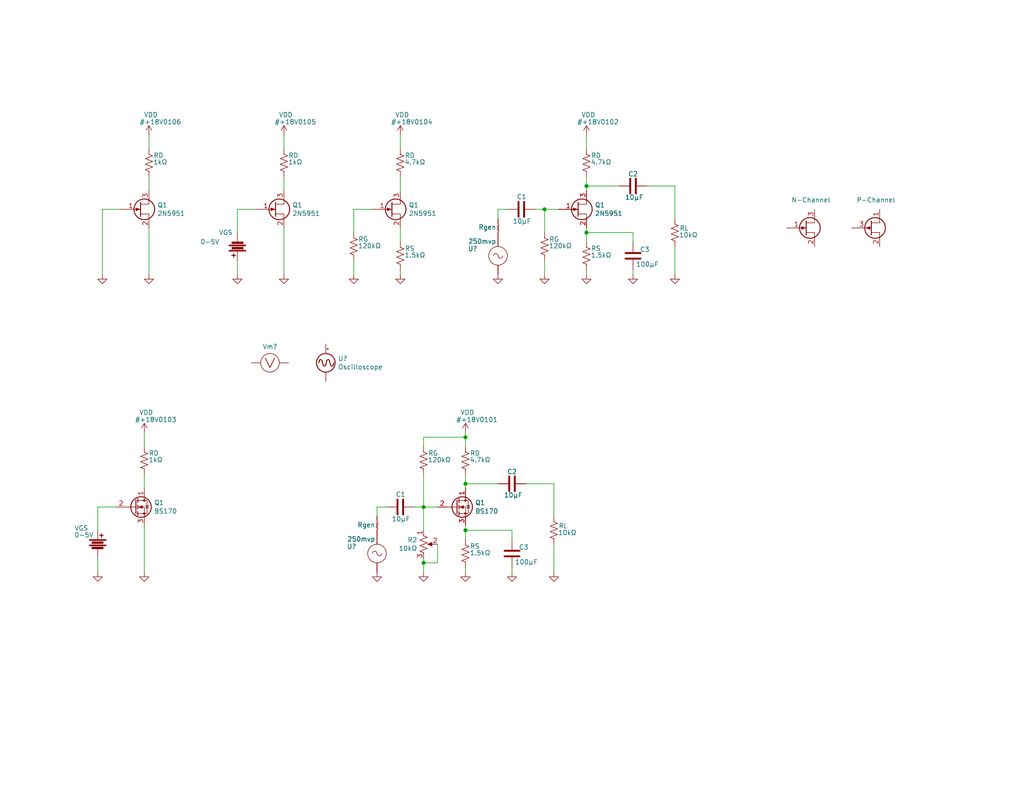
<source format=kicad_sch>
(kicad_sch (version 20211123) (generator eeschema)
  (paper "USLetter")
  (lib_symbols
    (symbol "S2020-rescue:BS170-Transistor_FET" (pin_names hide)
      (property "Reference" "Q" (at 5.08 1.905 0))
      (property "Value" "BS170-Transistor_FET" (at 5.08 0 0))
      (symbol "BS170-Transistor_FET_0_1"
        (polyline (pts (xy 0.254 0) (xy -2.54 0)))
        (polyline (pts (xy 0.254 1.905) (xy 0.254 -1.905)) (stroke (width 0.254)))
        (polyline (pts (xy 0.762 -1.27) (xy 0.762 -2.286)) (stroke (width 0.254)))
        (polyline (pts (xy 0.762 0.508) (xy 0.762 -0.508)) (stroke (width 0.254)))
        (polyline (pts (xy 0.762 2.286) (xy 0.762 1.27)) (stroke (width 0.254)))
        (polyline (pts (xy 2.54 2.54) (xy 2.54 1.778)))
        (polyline (pts (xy 2.54 -2.54) (xy 2.54 0) (xy 0.762 0)))
        (polyline (pts (xy 0.762 -1.778) (xy 3.302 -1.778) (xy 3.302 1.778) (xy 0.762 1.778)))
        (polyline (pts (xy 1.016 0) (xy 2.032 0.381) (xy 2.032 -0.381) (xy 1.016 0)) (fill (type outline)))
        (polyline (pts (xy 2.794 0.508) (xy 2.921 0.381) (xy 3.683 0.381) (xy 3.81 0.254)))
        (polyline (pts (xy 3.302 0.381) (xy 2.921 -0.254) (xy 3.683 -0.254) (xy 3.302 0.381)))
        (circle (center 1.651 0) (radius 2.794) (stroke (width 0.254)))
        (circle (center 2.54 -1.778) (radius 0.254) (fill (type outline)))
        (circle (center 2.54 1.778) (radius 0.254) (fill (type outline)))
      )
      (symbol "BS170-Transistor_FET_1_1"
        (pin passive line (at 2.54 5.08 270) (length 2.54) (name "D") (number "1"))
        (pin input line (at -5.08 0 0) (length 2.54) (name "G") (number "2"))
        (pin passive line (at 2.54 -5.08 90) (length 2.54) (name "S") (number "3"))
      )
    )
    (symbol "S2020-rescue:Battery-00TJR" (pin_numbers hide) (pin_names (offset 0))
      (property "Reference" "BT" (at 2.54 1.27 0))
      (property "Value" "Battery-00TJR" (at 2.54 -1.27 0))
      (symbol "Battery-00TJR_0_1"
        (rectangle (start -2.286 -0.1778) (end 2.286 -0.4318) (fill (type outline)))
        (rectangle (start -2.286 1.27) (end 2.286 1.016) (fill (type outline)))
        (rectangle (start -1.5748 -0.762) (end 1.4732 -1.27) (fill (type outline)))
        (rectangle (start -1.5748 0.6858) (end 1.4732 0.1778) (fill (type outline)))
        (polyline (pts (xy 0.508 2.413) (xy 1.524 2.413)) (stroke (width 0.254)))
        (polyline (pts (xy 1.016 2.921) (xy 1.016 1.905)) (stroke (width 0.254)))
      )
      (symbol "Battery-00TJR_1_1"
        (pin passive line (at 0 3.81 270) (length 2.54) (name "~") (number "1"))
        (pin passive line (at 0 -3.81 90) (length 2.54) (name "~") (number "2"))
      )
    )
    (symbol "S2020-rescue:C-Device" (pin_numbers hide) (pin_names (offset 0.254))
      (property "Reference" "C" (at 0.635 2.54 0))
      (property "Value" "C-Device" (at 0.635 -2.54 0))
      (symbol "C-Device_0_1"
        (polyline (pts (xy -2.032 -0.762) (xy 2.032 -0.762)) (stroke (width 0.508)))
        (polyline (pts (xy -2.032 0.762) (xy 2.032 0.762)) (stroke (width 0.508)))
      )
      (symbol "C-Device_1_1"
        (pin passive line (at 0 3.81 270) (length 2.794) (name "~") (number "1"))
        (pin passive line (at 0 -3.81 90) (length 2.794) (name "~") (number "2"))
      )
    )
    (symbol "S2020-rescue:GND-00TJR" (power) (pin_names (offset 0))
      (property "Value" "GND-00TJR" (at 0 -3.81 0))
      (symbol "GND-00TJR_0_1"
        (polyline (pts (xy 0 0) (xy 0 -1.27) (xy 1.27 -1.27) (xy 0 -2.54) (xy -1.27 -1.27) (xy 0 -1.27)))
      )
      (symbol "GND-00TJR_1_1"
        (pin power_in line (at 0 0 270) (length 0) hide (name "GND") (number "1"))
      )
    )
    (symbol "S2020-rescue:Oscilloscope-Device" (pin_numbers hide) (pin_names (offset 0.0254) hide)
      (property "Reference" "MES" (at -3.302 1.016 0))
      (property "Value" "Oscilloscope-Device" (at -3.302 -0.762 0))
      (symbol "Oscilloscope-Device_0_0"
        (arc (start -1.016 0.508) (mid -1.397 0.889) (end -1.778 0.508) (stroke (width 0.254)))
        (arc (start -0.762 -0.508) (mid -0.381 -0.889) (end 0 -0.508) (stroke (width 0.254)))
        (polyline (pts (xy -1.778 0.508) (xy -1.905 0)) (stroke (width 0.254)))
        (polyline (pts (xy -1.016 0.508) (xy -0.762 -0.508)) (stroke (width 0.254)))
        (polyline (pts (xy 0 -0.508) (xy 0.254 0.508)) (stroke (width 0.254)))
        (polyline (pts (xy 1.016 0.508) (xy 1.27 -0.508)) (stroke (width 0.254)))
        (polyline (pts (xy 2.032 -0.508) (xy 2.159 0)) (stroke (width 0.254)))
        (arc (start 1.016 0.508) (mid 0.635 0.889) (end 0.254 0.508) (stroke (width 0.254)))
        (arc (start 1.27 -0.508) (mid 1.651 -0.889) (end 2.032 -0.508) (stroke (width 0.254)))
      )
      (symbol "Oscilloscope-Device_0_1"
        (polyline (pts (xy 0.254 3.81) (xy 0.762 3.81)))
        (polyline (pts (xy 0.508 4.064) (xy 0.508 3.556)))
        (circle (center 0 0) (radius 2.54) (stroke (width 0.254)))
      )
      (symbol "Oscilloscope-Device_1_1"
        (pin passive line (at 0 -5.08 90) (length 2.54) (name "-") (number "1"))
        (pin passive line (at 0 5.08 270) (length 2.54) (name "+") (number "2"))
      )
    )
    (symbol "S2020-rescue:Q_NJFET_GSD-Device" (pin_names (offset 0) hide)
      (property "Reference" "Q" (at 5.08 1.27 0))
      (property "Value" "Q_NJFET_GSD-Device" (at 5.08 -1.27 0))
      (symbol "Q_NJFET_GSD-Device_0_1"
        (polyline (pts (xy 0.254 1.905) (xy 0.254 -1.905) (xy 0.254 -1.905)) (stroke (width 0.254)))
        (polyline (pts (xy 2.54 -2.54) (xy 2.54 -1.27) (xy 0.254 -1.27)))
        (polyline (pts (xy 2.54 2.54) (xy 2.54 1.397) (xy 0.254 1.397)))
        (polyline (pts (xy 0 0) (xy -1.016 0.381) (xy -1.016 -0.381) (xy 0 0)) (fill (type outline)))
        (circle (center 1.27 0) (radius 2.8194) (stroke (width 0.254)))
      )
      (symbol "Q_NJFET_GSD-Device_1_1"
        (pin input line (at -5.08 0 0) (length 5.334) (name "G") (number "1"))
        (pin passive line (at 2.54 -5.08 90) (length 2.54) (name "S") (number "2"))
        (pin passive line (at 2.54 5.08 270) (length 2.54) (name "D") (number "3"))
      )
    )
    (symbol "S2020-rescue:Q_PJFET_DSG-Device" (pin_names (offset 0) hide)
      (property "Reference" "Q" (at 5.08 1.27 0))
      (property "Value" "Q_PJFET_DSG-Device" (at 5.08 -1.27 0))
      (symbol "Q_PJFET_DSG-Device_0_1"
        (polyline (pts (xy 0.254 1.905) (xy 0.254 -1.905) (xy 0.254 -1.905)) (stroke (width 0.254)))
        (polyline (pts (xy 2.54 -2.54) (xy 2.54 -1.27) (xy 0.254 -1.27)))
        (polyline (pts (xy 2.54 2.54) (xy 2.54 1.397) (xy 0.254 1.397)))
        (polyline (pts (xy -1.143 0) (xy -0.127 0.381) (xy -0.127 -0.381) (xy -1.143 0)) (fill (type outline)))
        (circle (center 1.27 0) (radius 2.8194) (stroke (width 0.254)))
      )
      (symbol "Q_PJFET_DSG-Device_1_1"
        (pin passive line (at 2.54 5.08 270) (length 2.54) (name "D") (number "1"))
        (pin passive line (at 2.54 -5.08 90) (length 2.54) (name "S") (number "2"))
        (pin input line (at -5.08 0 0) (length 5.334) (name "G") (number "3"))
      )
    )
    (symbol "S2020-rescue:R_POT_US-Device" (pin_names (offset 1.016) hide)
      (property "Reference" "RV" (at -4.445 0 90))
      (property "Value" "R_POT_US-Device" (at -2.54 0 90))
      (symbol "R_POT_US-Device_0_1"
        (polyline (pts (xy 0 -2.286) (xy 0 -2.54)))
        (polyline (pts (xy 0 2.54) (xy 0 2.286)))
        (polyline (pts (xy 2.54 0) (xy 1.524 0)))
        (polyline (pts (xy 1.143 0) (xy 2.286 0.508) (xy 2.286 -0.508) (xy 1.143 0)) (fill (type outline)))
        (polyline (pts (xy 0 -0.762) (xy 1.016 -1.143) (xy 0 -1.524) (xy -1.016 -1.905) (xy 0 -2.286)))
        (polyline (pts (xy 0 0.762) (xy 1.016 0.381) (xy 0 0) (xy -1.016 -0.381) (xy 0 -0.762)))
        (polyline (pts (xy 0 2.286) (xy 1.016 1.905) (xy 0 1.524) (xy -1.016 1.143) (xy 0 0.762)))
      )
      (symbol "R_POT_US-Device_1_1"
        (pin passive line (at 0 3.81 270) (length 1.27) (name "1") (number "1"))
        (pin passive line (at 3.81 0 180) (length 1.27) (name "2") (number "2"))
        (pin passive line (at 0 -3.81 90) (length 1.27) (name "3") (number "3"))
      )
    )
    (symbol "S2020-rescue:R_US-Device" (pin_numbers hide) (pin_names (offset 0))
      (property "Reference" "R" (at 2.54 0 90))
      (property "Value" "R_US-Device" (at -2.54 0 90))
      (symbol "R_US-Device_0_1"
        (polyline (pts (xy 0 -2.286) (xy 0 -2.54)))
        (polyline (pts (xy 0 2.286) (xy 0 2.54)))
        (polyline (pts (xy 0 -0.762) (xy 1.016 -1.143) (xy 0 -1.524) (xy -1.016 -1.905) (xy 0 -2.286)))
        (polyline (pts (xy 0 0.762) (xy 1.016 0.381) (xy 0 0) (xy -1.016 -0.381) (xy 0 -0.762)))
        (polyline (pts (xy 0 2.286) (xy 1.016 1.905) (xy 0 1.524) (xy -1.016 1.143) (xy 0 0.762)))
      )
      (symbol "R_US-Device_1_1"
        (pin passive line (at 0 3.81 270) (length 1.27) (name "~") (number "1"))
        (pin passive line (at 0 -3.81 90) (length 1.27) (name "~") (number "2"))
      )
    )
    (symbol "S2020-rescue:Rgen-00TJR" (pin_numbers hide) (pin_names (offset 0))
      (property "Reference" "R" (at -1.778 -0.508 0))
      (property "Value" "Rgen-00TJR" (at -2.54 1.524 0))
      (symbol "Rgen-00TJR_0_1"
        (polyline (pts (xy 0 -1.016) (xy 0 -1.397)))
        (polyline (pts (xy 0 1.016) (xy 0 1.27)))
        (polyline (pts (xy 0.254 0.762) (xy 0 1.016)))
        (polyline (pts (xy 0.254 0.762) (xy -0.254 0.508) (xy 0.254 0.254) (xy -0.254 0) (xy 0.254 -0.254) (xy -0.254 -0.508) (xy 0.254 -0.762) (xy 0 -1.016)))
      )
      (symbol "Rgen-00TJR_1_1"
        (pin passive line (at 0 2.54 270) (length 1.27) (name "~") (number "1"))
        (pin passive line (at 0 -2.54 90) (length 1.27) (name "~") (number "2"))
      )
    )
    (symbol "S2020-rescue:VDD-power" (power) (pin_names (offset 0))
      (property "Value" "VDD-power" (at 0 3.81 0))
      (symbol "VDD-power_0_1"
        (polyline (pts (xy -0.762 1.27) (xy 0 2.54)))
        (polyline (pts (xy 0 0) (xy 0 2.54)))
        (polyline (pts (xy 0 2.54) (xy 0.762 1.27)))
      )
      (symbol "VDD-power_1_1"
        (pin power_in line (at 0 0 90) (length 0) hide (name "VDD") (number "1"))
      )
    )
    (symbol "S2020-rescue:Vgen-00TJR" (pin_numbers hide) (pin_names (offset 0))
      (property "Reference" "G" (at -4.8768 1.3462 0))
      (property "Value" "Vgen-00TJR" (at -4.8514 3.429 0))
      (symbol "Vgen-00TJR_0_1"
        (arc (start 0 0) (mid -0.635 0.635) (end -1.27 0))
        (arc (start 0 0) (mid 0.635 -0.635) (end 1.27 0))
        (circle (center 0 0) (radius 2.54))
      )
      (symbol "Vgen-00TJR_1_1"
        (pin passive line (at 0 5.08 270) (length 2.54) (name "~") (number "1"))
        (pin passive line (at 0 -5.08 90) (length 2.54) (name "~") (number "2"))
      )
    )
    (symbol "S2020-rescue:Volt-Meter-00TJR" (pin_numbers hide) (pin_names (offset 0))
      (property "Reference" "Vm" (at 3.5052 -3.4798 0))
      (symbol "Volt-Meter-00TJR_0_1"
        (polyline (pts (xy 3.81 1.27) (xy 5.08 -1.27) (xy 6.35 1.27)) (stroke (width 0.2032)))
        (circle (center 5.08 0) (radius 2.54))
      )
      (symbol "Volt-Meter-00TJR_1_1"
        (pin passive line (at 0 0 0) (length 2.54) (name "~") (number "1"))
        (pin passive line (at 10.16 0 180) (length 2.54) (name "~") (number "2"))
      )
    )
  )
  (junction (at 127 132.08))
  (junction (at 127 119.38))
  (junction (at 160.02 50.8))
  (junction (at 115.57 138.43))
  (junction (at 160.02 63.5))
  (junction (at 115.57 153.67))
  (junction (at 148.59 57.15))
  (junction (at 127 144.78))
  (wire (pts (xy 119.38 148.59) (xy 119.38 153.67)))
  (wire (pts (xy 127 129.54) (xy 127 132.08)))
  (wire (pts (xy 127 132.08) (xy 127 133.35)))
  (wire (pts (xy 148.59 71.12) (xy 148.59 74.93)))
  (wire (pts (xy 139.7 154.94) (xy 139.7 156.21)))
  (wire (pts (xy 113.03 138.43) (xy 115.57 138.43)))
  (wire (pts (xy 39.37 143.51) (xy 39.37 156.21)))
  (wire (pts (xy 127 154.94) (xy 127 156.21)))
  (wire (pts (xy 127 144.78) (xy 127 147.32)))
  (wire (pts (xy 27.94 57.15) (xy 27.94 74.93)))
  (wire (pts (xy 151.13 132.08) (xy 151.13 140.97)))
  (wire (pts (xy 160.02 48.26) (xy 160.02 50.8)))
  (wire (pts (xy 77.47 62.23) (xy 77.47 74.93)))
  (wire (pts (xy 148.59 57.15) (xy 152.4 57.15)))
  (wire (pts (xy 160.02 62.23) (xy 160.02 63.5)))
  (wire (pts (xy 26.67 138.43) (xy 31.75 138.43)))
  (wire (pts (xy 39.37 129.54) (xy 39.37 133.35)))
  (wire (pts (xy 115.57 144.78) (xy 115.57 138.43)))
  (wire (pts (xy 115.57 121.92) (xy 115.57 119.38)))
  (wire (pts (xy 115.57 138.43) (xy 119.38 138.43)))
  (wire (pts (xy 160.02 73.66) (xy 160.02 74.93)))
  (wire (pts (xy 96.52 57.15) (xy 101.6 57.15)))
  (wire (pts (xy 102.87 138.43) (xy 105.41 138.43)))
  (wire (pts (xy 143.51 132.08) (xy 151.13 132.08)))
  (wire (pts (xy 127 118.11) (xy 127 119.38)))
  (wire (pts (xy 96.52 57.15) (xy 96.52 63.5)))
  (wire (pts (xy 96.52 71.12) (xy 96.52 74.93)))
  (wire (pts (xy 39.37 118.11) (xy 39.37 121.92)))
  (wire (pts (xy 109.22 48.26) (xy 109.22 52.07)))
  (wire (pts (xy 135.89 57.15) (xy 135.89 59.69)))
  (wire (pts (xy 148.59 63.5) (xy 148.59 57.15)))
  (wire (pts (xy 115.57 129.54) (xy 115.57 138.43)))
  (wire (pts (xy 184.15 67.31) (xy 184.15 74.93)))
  (wire (pts (xy 102.87 138.43) (xy 102.87 140.97)))
  (wire (pts (xy 109.22 36.83) (xy 109.22 40.64)))
  (wire (pts (xy 77.47 36.83) (xy 77.47 40.64)))
  (wire (pts (xy 146.05 57.15) (xy 148.59 57.15)))
  (wire (pts (xy 40.64 36.83) (xy 40.64 40.64)))
  (wire (pts (xy 40.64 48.26) (xy 40.64 52.07)))
  (wire (pts (xy 135.89 132.08) (xy 127 132.08)))
  (wire (pts (xy 115.57 152.4) (xy 115.57 153.67)))
  (wire (pts (xy 27.94 57.15) (xy 33.02 57.15)))
  (wire (pts (xy 26.67 138.43) (xy 26.67 144.78)))
  (wire (pts (xy 119.38 153.67) (xy 115.57 153.67)))
  (wire (pts (xy 77.47 48.26) (xy 77.47 52.07)))
  (wire (pts (xy 160.02 36.83) (xy 160.02 40.64)))
  (wire (pts (xy 172.72 73.66) (xy 172.72 74.93)))
  (wire (pts (xy 109.22 62.23) (xy 109.22 66.04)))
  (wire (pts (xy 127 143.51) (xy 127 144.78)))
  (wire (pts (xy 139.7 144.78) (xy 139.7 147.32)))
  (wire (pts (xy 26.67 152.4) (xy 26.67 156.21)))
  (wire (pts (xy 135.89 57.15) (xy 138.43 57.15)))
  (wire (pts (xy 115.57 153.67) (xy 115.57 156.21)))
  (wire (pts (xy 40.64 62.23) (xy 40.64 74.93)))
  (wire (pts (xy 109.22 73.66) (xy 109.22 74.93)))
  (wire (pts (xy 176.53 50.8) (xy 184.15 50.8)))
  (wire (pts (xy 64.77 71.12) (xy 64.77 74.93)))
  (wire (pts (xy 160.02 63.5) (xy 172.72 63.5)))
  (wire (pts (xy 64.77 57.15) (xy 69.85 57.15)))
  (wire (pts (xy 184.15 50.8) (xy 184.15 59.69)))
  (wire (pts (xy 168.91 50.8) (xy 160.02 50.8)))
  (wire (pts (xy 64.77 57.15) (xy 64.77 63.5)))
  (wire (pts (xy 172.72 63.5) (xy 172.72 66.04)))
  (wire (pts (xy 115.57 119.38) (xy 127 119.38)))
  (wire (pts (xy 127 119.38) (xy 127 121.92)))
  (wire (pts (xy 160.02 50.8) (xy 160.02 52.07)))
  (wire (pts (xy 160.02 63.5) (xy 160.02 66.04)))
  (wire (pts (xy 151.13 148.59) (xy 151.13 156.21)))
  (wire (pts (xy 127 144.78) (xy 139.7 144.78)))
  (symbol (lib_id "S2020-rescue:R_US-Device") (at 109.22 44.45 0) (unit 1)
    (property "Reference" "RD" (at 110.4392 42.4434 0) (effects (justify left)))
    (property "Value" "4.7kΩ" (at 110.363 44.2722 0) (effects (justify left)))
  )
  (symbol (lib_id "S2020-rescue:GND-00TJR") (at 109.22 74.93 0) (unit 1)
    (property "Value" "GND" (effects hide))
  )
  (symbol (lib_id "S2020-rescue:R_US-Device") (at 109.22 69.85 0) (unit 1)
    (property "Reference" "RS" (at 110.4392 67.8434 0) (effects (justify left)))
    (property "Value" "1.5kΩ" (at 110.363 69.6722 0) (effects (justify left)))
  )
  (symbol (lib_id "S2020-rescue:R_US-Device") (at 96.52 67.31 0) (unit 1)
    (property "Reference" "RG" (at 97.7392 65.3034 0) (effects (justify left)))
    (property "Value" "120kΩ" (at 97.663 67.1322 0) (effects (justify left)))
  )
  (symbol (lib_id "S2020-rescue:GND-00TJR") (at 96.52 74.93 0) (unit 1)
    (property "Value" "GND" (effects hide))
  )
  (symbol (lib_id "S2020-rescue:C-Device") (at 172.72 50.8 270) (unit 1)
    (property "Reference" "C2" (at 172.7454 47.5234 90))
    (property "Value" "10µF" (at 173.0502 53.8988 90))
  )
  (symbol (lib_id "S2020-rescue:Vgen-00TJR") (at 135.89 69.85 0) (unit 1)
    (property "Value" "250mvp" (at 127.7366 65.913 0) (effects (justify left)))
  )
  (symbol (lib_id "S2020-rescue:Rgen-00TJR") (at 135.89 62.23 0) (unit 1)
    (property "Reference" "R?" (effects hide))
    (property "Value" "Rgen" (at 130.5306 62.0268 0) (effects (justify left)))
  )
  (symbol (lib_id "S2020-rescue:R_US-Device") (at 184.15 63.5 0) (unit 1)
    (property "Reference" "RL" (at 185.42 62.3062 0) (effects (justify left)))
    (property "Value" "10kΩ" (at 185.2676 64.1604 0) (effects (justify left)))
  )
  (symbol (lib_id "S2020-rescue:GND-00TJR") (at 184.15 74.93 0) (unit 1)
    (property "Value" "GND" (effects hide))
  )
  (symbol (lib_id "S2020-rescue:GND-00TJR") (at 135.89 74.93 0) (unit 1)
    (property "Value" "GND" (effects hide))
  )
  (symbol (lib_id "S2020-rescue:C-Device") (at 142.24 57.15 270) (unit 1)
    (property "Reference" "C1" (at 142.3416 53.721 90))
    (property "Value" "10µF" (at 142.4178 60.4012 90))
  )
  (symbol (lib_id "S2020-rescue:C-Device") (at 172.72 69.85 180) (unit 1)
    (property "Reference" "C3" (at 175.9204 68.1228 0))
    (property "Value" "100µF" (at 176.657 72.1614 0))
  )
  (symbol (lib_id "S2020-rescue:GND-00TJR") (at 172.72 74.93 0) (unit 1)
    (property "Value" "GND" (effects hide))
  )
  (symbol (lib_id "S2020-rescue:R_US-Device") (at 77.47 44.45 0) (unit 1)
    (property "Reference" "RD" (at 78.6892 42.4434 0) (effects (justify left)))
    (property "Value" "1kΩ" (at 78.613 44.2722 0) (effects (justify left)))
  )
  (symbol (lib_id "S2020-rescue:GND-00TJR") (at 77.47 74.93 0) (unit 1)
    (property "Value" "GND" (effects hide))
  )
  (symbol (lib_id "S2020-rescue:GND-00TJR") (at 64.77 74.93 0) (unit 1)
    (property "Value" "GND" (effects hide))
  )
  (symbol (lib_id "S2020-rescue:Q_NJFET_GSD-Device") (at 74.93 57.15 0) (unit 1)
    (property "Reference" "Q1" (at 79.756 55.9816 0) (effects (justify left)))
    (property "Value" "2N5951" (at 79.756 58.293 0) (effects (justify left)))
  )
  (symbol (lib_id "S2020-rescue:VDD-power") (at 77.47 36.83 0) (unit 1)
    (property "Reference" "+18V" (at 74.9046 33.2994 0) (effects (justify left)))
    (property "Value" "VDD" (at 76.0476 31.3436 0) (effects (justify left)))
  )
  (symbol (lib_id "S2020-rescue:Q_PJFET_DSG-Device") (at 237.49 62.23 0) (unit 1)
    (property "Reference" "Q?" (effects hide))
    (property "Value" "P-Channel" (at 233.68 54.61 0) (effects (justify left)))
  )
  (symbol (lib_id "S2020-rescue:Battery-00TJR") (at 64.77 67.31 180) (unit 1)
    (property "Reference" "VGS" (at 59.69 63.5 0) (effects (justify right)))
    (property "Value" "0-5V" (at 54.61 66.04 0) (effects (justify right)))
  )
  (symbol (lib_id "S2020-rescue:Q_NJFET_GSD-Device") (at 219.71 62.23 0) (unit 1)
    (property "Reference" "Q?" (effects hide))
    (property "Value" "N-Channel" (at 215.9 54.61 0) (effects (justify left)))
  )
  (symbol (lib_id "S2020-rescue:Oscilloscope-Device") (at 88.9 99.06 0) (unit 1)
    (property "Value" "Oscilloscope" (at 92.202 100.203 0) (effects (justify left)))
  )
  (symbol (lib_id "S2020-rescue:Volt-Meter-00TJR") (at 68.58 99.06 0) (unit 1)
    (property "Reference" "Vm?" (at 73.66 94.6658 0))
    (property "Value" "Volt-Meter" (effects hide))
  )
  (symbol (lib_id "S2020-rescue:Q_NJFET_GSD-Device") (at 106.68 57.15 0) (unit 1)
    (property "Reference" "Q1" (at 111.506 55.9816 0) (effects (justify left)))
    (property "Value" "2N5951" (at 111.506 58.293 0) (effects (justify left)))
  )
  (symbol (lib_id "S2020-rescue:VDD-power") (at 109.22 36.83 0) (unit 1)
    (property "Reference" "+18V" (at 106.6546 33.2994 0) (effects (justify left)))
    (property "Value" "VDD" (at 107.7976 31.3436 0) (effects (justify left)))
  )
  (symbol (lib_id "S2020-rescue:R_US-Device") (at 160.02 44.45 0) (unit 1)
    (property "Reference" "RD" (at 161.2392 42.4434 0) (effects (justify left)))
    (property "Value" "4.7kΩ" (at 161.163 44.2722 0) (effects (justify left)))
  )
  (symbol (lib_id "S2020-rescue:GND-00TJR") (at 160.02 74.93 0) (unit 1)
    (property "Value" "GND" (effects hide))
  )
  (symbol (lib_id "S2020-rescue:R_US-Device") (at 160.02 69.85 0) (unit 1)
    (property "Reference" "RS" (at 161.2392 67.8434 0) (effects (justify left)))
    (property "Value" "1.5kΩ" (at 161.163 69.6722 0) (effects (justify left)))
  )
  (symbol (lib_id "S2020-rescue:R_US-Device") (at 148.59 67.31 0) (unit 1)
    (property "Reference" "RG" (at 149.8092 65.3034 0) (effects (justify left)))
    (property "Value" "120kΩ" (at 149.733 67.1322 0) (effects (justify left)))
  )
  (symbol (lib_id "S2020-rescue:GND-00TJR") (at 148.59 74.93 0) (unit 1)
    (property "Value" "GND" (effects hide))
  )
  (symbol (lib_id "S2020-rescue:Q_NJFET_GSD-Device") (at 157.48 57.15 0) (unit 1)
    (property "Reference" "Q1" (at 162.306 55.9816 0) (effects (justify left)))
    (property "Value" "2N5951" (at 162.306 58.293 0) (effects (justify left)))
  )
  (symbol (lib_id "S2020-rescue:VDD-power") (at 160.02 36.83 0) (unit 1)
    (property "Reference" "+18V" (at 157.4546 33.2994 0) (effects (justify left)))
    (property "Value" "VDD" (at 158.5976 31.3436 0) (effects (justify left)))
  )
  (symbol (lib_id "S2020-rescue:R_US-Device") (at 40.64 44.45 0) (unit 1)
    (property "Reference" "RD" (at 41.8592 42.4434 0) (effects (justify left)))
    (property "Value" "1kΩ" (at 41.783 44.2722 0) (effects (justify left)))
  )
  (symbol (lib_id "S2020-rescue:GND-00TJR") (at 40.64 74.93 0) (unit 1)
    (property "Value" "GND" (effects hide))
  )
  (symbol (lib_id "S2020-rescue:GND-00TJR") (at 27.94 74.93 0) (unit 1)
    (property "Value" "GND" (effects hide))
  )
  (symbol (lib_id "S2020-rescue:Q_NJFET_GSD-Device") (at 38.1 57.15 0) (unit 1)
    (property "Reference" "Q1" (at 42.926 55.9816 0) (effects (justify left)))
    (property "Value" "2N5951" (at 42.926 58.293 0) (effects (justify left)))
  )
  (symbol (lib_id "S2020-rescue:VDD-power") (at 40.64 36.83 0) (unit 1)
    (property "Reference" "+18V" (at 38.0746 33.2994 0) (effects (justify left)))
    (property "Value" "VDD" (at 39.2176 31.3436 0) (effects (justify left)))
  )
  (symbol (lib_id "S2020-rescue:C-Device") (at 139.7 132.08 270) (unit 1)
    (property "Reference" "C2" (at 139.7254 128.8034 90))
    (property "Value" "10µF" (at 140.0302 135.1788 90))
  )
  (symbol (lib_id "S2020-rescue:Vgen-00TJR") (at 102.87 151.13 0) (unit 1)
    (property "Value" "250mvp" (at 94.7166 147.193 0) (effects (justify left)))
  )
  (symbol (lib_id "S2020-rescue:Rgen-00TJR") (at 102.87 143.51 0) (unit 1)
    (property "Reference" "R?" (effects hide))
    (property "Value" "Rgen" (at 97.5106 143.3068 0) (effects (justify left)))
  )
  (symbol (lib_id "S2020-rescue:R_US-Device") (at 151.13 144.78 0) (unit 1)
    (property "Reference" "RL" (at 152.4 143.5862 0) (effects (justify left)))
    (property "Value" "10kΩ" (at 152.2476 145.4404 0) (effects (justify left)))
  )
  (symbol (lib_id "S2020-rescue:GND-00TJR") (at 151.13 156.21 0) (unit 1)
    (property "Value" "GND" (effects hide))
  )
  (symbol (lib_id "S2020-rescue:GND-00TJR") (at 102.87 156.21 0) (unit 1)
    (property "Value" "GND" (effects hide))
  )
  (symbol (lib_id "S2020-rescue:C-Device") (at 109.22 138.43 270) (unit 1)
    (property "Reference" "C1" (at 109.3216 135.001 90))
    (property "Value" "10µF" (at 109.3978 141.6812 90))
  )
  (symbol (lib_id "S2020-rescue:C-Device") (at 139.7 151.13 180) (unit 1)
    (property "Reference" "C3" (at 142.9004 149.4028 0))
    (property "Value" "100µF" (at 143.637 153.4414 0))
  )
  (symbol (lib_id "S2020-rescue:GND-00TJR") (at 139.7 156.21 0) (unit 1)
    (property "Value" "GND" (effects hide))
  )
  (symbol (lib_id "S2020-rescue:R_US-Device") (at 39.37 125.73 0) (unit 1)
    (property "Reference" "RD" (at 40.5892 123.7234 0) (effects (justify left)))
    (property "Value" "1kΩ" (at 40.513 125.5522 0) (effects (justify left)))
  )
  (symbol (lib_id "S2020-rescue:GND-00TJR") (at 39.37 156.21 0) (unit 1)
    (property "Value" "GND" (effects hide))
  )
  (symbol (lib_id "S2020-rescue:GND-00TJR") (at 26.67 156.21 0) (unit 1)
    (property "Value" "GND" (effects hide))
  )
  (symbol (lib_id "S2020-rescue:VDD-power") (at 39.37 118.11 0) (unit 1)
    (property "Reference" "+18V" (at 36.8046 114.5794 0) (effects (justify left)))
    (property "Value" "VDD" (at 37.9476 112.6236 0) (effects (justify left)))
  )
  (symbol (lib_id "S2020-rescue:Battery-00TJR") (at 26.67 148.59 0) (unit 1)
    (property "Reference" "VGS" (at 24.0792 144.1958 0) (effects (justify right)))
    (property "Value" "0-5V" (at 25.5524 146.05 0) (effects (justify right)))
  )
  (symbol (lib_id "S2020-rescue:R_US-Device") (at 127 125.73 0) (unit 1)
    (property "Reference" "RD" (at 128.2192 123.7234 0) (effects (justify left)))
    (property "Value" "4.7kΩ" (at 128.143 125.5522 0) (effects (justify left)))
  )
  (symbol (lib_id "S2020-rescue:GND-00TJR") (at 127 156.21 0) (unit 1)
    (property "Value" "GND" (effects hide))
  )
  (symbol (lib_id "S2020-rescue:R_US-Device") (at 127 151.13 0) (unit 1)
    (property "Reference" "RS" (at 128.2192 149.1234 0) (effects (justify left)))
    (property "Value" "1.5kΩ" (at 128.143 150.9522 0) (effects (justify left)))
  )
  (symbol (lib_id "S2020-rescue:GND-00TJR") (at 115.57 156.21 0) (unit 1)
    (property "Value" "GND" (effects hide))
  )
  (symbol (lib_id "S2020-rescue:VDD-power") (at 127 118.11 0) (unit 1)
    (property "Reference" "+18V" (at 124.4346 114.5794 0) (effects (justify left)))
    (property "Value" "VDD" (at 125.5776 112.6236 0) (effects (justify left)))
  )
  (symbol (lib_id "S2020-rescue:BS170-Transistor_FET") (at 36.83 138.43 0) (unit 1)
    (property "Reference" "Q1" (at 42.0116 137.2616 0) (effects (justify left)))
    (property "Value" "BS170" (at 42.0116 139.573 0) (effects (justify left)))
    (property "Footprint" "Package_TO_SOT_THT:TO-92_Inline" (effects hide))
    (property "Datasheet" "http://www.fairchildsemi.com/ds/BS/BS170.pdf" (effects hide))
  )
  (symbol (lib_id "S2020-rescue:BS170-Transistor_FET") (at 124.46 138.43 0) (unit 1)
    (property "Reference" "Q1" (at 129.6416 137.2616 0) (effects (justify left)))
    (property "Value" "BS170" (at 129.6416 139.573 0) (effects (justify left)))
    (property "Footprint" "Package_TO_SOT_THT:TO-92_Inline" (effects hide))
    (property "Datasheet" "http://www.fairchildsemi.com/ds/BS/BS170.pdf" (effects hide))
  )
  (symbol (lib_id "S2020-rescue:R_US-Device") (at 115.57 125.73 0) (unit 1)
    (property "Reference" "RG" (at 116.7892 123.7234 0) (effects (justify left)))
    (property "Value" "120kΩ" (at 116.713 125.5522 0) (effects (justify left)))
  )
  (symbol (lib_id "S2020-rescue:R_POT_US-Device") (at 115.57 148.59 0) (unit 1)
    (property "Reference" "R2" (at 113.8682 147.4216 0) (effects (justify right)))
    (property "Value" "10kΩ" (at 113.8682 149.733 0) (effects (justify right)))
  )
)
</source>
